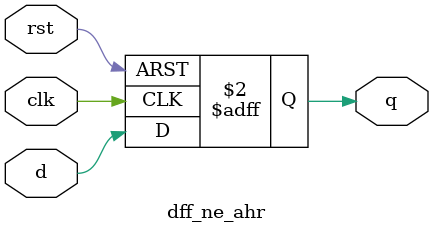
<source format=v>
`timescale 1ns / 1ps


module dff_ne_ahr(q, d, clk, rst);
input d, clk, rst;
output reg q;

      always@(negedge clk or posedge rst)
         if(rst)
           q <= 0;
         else
           q <= d;
endmodule
</source>
